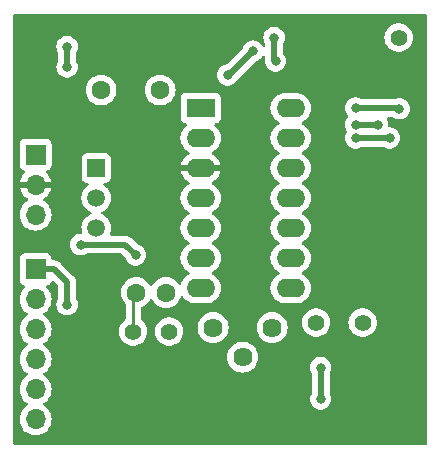
<source format=gbl>
G04 #@! TF.GenerationSoftware,KiCad,Pcbnew,7.0.6-0*
G04 #@! TF.CreationDate,2023-08-18T21:45:24+02:00*
G04 #@! TF.ProjectId,shmoergh-funk-live-voice,73686d6f-6572-4676-982d-66756e6b2d6c,rev?*
G04 #@! TF.SameCoordinates,Original*
G04 #@! TF.FileFunction,Copper,L2,Bot*
G04 #@! TF.FilePolarity,Positive*
%FSLAX46Y46*%
G04 Gerber Fmt 4.6, Leading zero omitted, Abs format (unit mm)*
G04 Created by KiCad (PCBNEW 7.0.6-0) date 2023-08-18 21:45:24*
%MOMM*%
%LPD*%
G01*
G04 APERTURE LIST*
G04 #@! TA.AperFunction,ComponentPad*
%ADD10C,1.400000*%
G04 #@! TD*
G04 #@! TA.AperFunction,ComponentPad*
%ADD11C,1.620000*%
G04 #@! TD*
G04 #@! TA.AperFunction,ComponentPad*
%ADD12R,1.500000X1.500000*%
G04 #@! TD*
G04 #@! TA.AperFunction,ComponentPad*
%ADD13C,1.500000*%
G04 #@! TD*
G04 #@! TA.AperFunction,ComponentPad*
%ADD14C,1.600000*%
G04 #@! TD*
G04 #@! TA.AperFunction,ComponentPad*
%ADD15R,2.400000X1.600000*%
G04 #@! TD*
G04 #@! TA.AperFunction,ComponentPad*
%ADD16O,2.400000X1.600000*%
G04 #@! TD*
G04 #@! TA.AperFunction,ComponentPad*
%ADD17R,1.700000X1.700000*%
G04 #@! TD*
G04 #@! TA.AperFunction,ComponentPad*
%ADD18O,1.700000X1.700000*%
G04 #@! TD*
G04 #@! TA.AperFunction,ViaPad*
%ADD19C,0.800000*%
G04 #@! TD*
G04 #@! TA.AperFunction,Conductor*
%ADD20C,0.254000*%
G04 #@! TD*
G04 #@! TA.AperFunction,Conductor*
%ADD21C,0.508000*%
G04 #@! TD*
G04 APERTURE END LIST*
D10*
X157607000Y-82997000D03*
X154559000Y-107127000D03*
X150622000Y-107127000D03*
X135128000Y-107889000D03*
X138176000Y-107889000D03*
D11*
X146899000Y-107548000D03*
X144399000Y-110048000D03*
X141899000Y-107548000D03*
D12*
X132011000Y-94036000D03*
D13*
X132011000Y-96576000D03*
X132011000Y-99116000D03*
D14*
X135402000Y-104587000D03*
X137902000Y-104587000D03*
X137414000Y-87442000D03*
X132414000Y-87442000D03*
D15*
X140843000Y-88966000D03*
D16*
X140843000Y-91506000D03*
X140843000Y-94046000D03*
X140843000Y-96586000D03*
X140843000Y-99126000D03*
X140843000Y-101666000D03*
X140843000Y-104206000D03*
X148463000Y-104206000D03*
X148463000Y-101666000D03*
X148463000Y-99126000D03*
X148463000Y-96586000D03*
X148463000Y-94046000D03*
X148463000Y-91506000D03*
X148463000Y-88966000D03*
D17*
X126873000Y-102616000D03*
D18*
X126873000Y-105156000D03*
X126873000Y-107696000D03*
X126873000Y-110236000D03*
X126873000Y-112776000D03*
X126873000Y-115316000D03*
D17*
X126873000Y-92904036D03*
D18*
X126873000Y-95444036D03*
X126873000Y-97984036D03*
D19*
X151130000Y-85410000D03*
X136276000Y-97983000D03*
X132207663Y-105583159D03*
X152908000Y-95443000D03*
X129540000Y-105603000D03*
X129540000Y-85501500D03*
X129540000Y-83759000D03*
X151003000Y-113604000D03*
X151003000Y-110937000D03*
X157670500Y-89029500D03*
X153959500Y-88966000D03*
X153959500Y-91506000D03*
X156845000Y-91506000D03*
X147193000Y-84993500D03*
X147066000Y-82997000D03*
X130683000Y-100523000D03*
X135346500Y-101412000D03*
X143129000Y-86172000D03*
X145288000Y-84140000D03*
X155829000Y-90363000D03*
X153959500Y-90363000D03*
D20*
X135128000Y-107889000D02*
X135128000Y-104861000D01*
X135128000Y-104861000D02*
X135402000Y-104587000D01*
D21*
X129540000Y-105603000D02*
X129540000Y-103698000D01*
X128458000Y-102616000D02*
X126873000Y-102616000D01*
X129540000Y-103698000D02*
X128458000Y-102616000D01*
X129540000Y-83759000D02*
X129540000Y-85501500D01*
X151003000Y-113604000D02*
X151003000Y-110937000D01*
X157670500Y-89029500D02*
X157607000Y-88966000D01*
X157607000Y-88966000D02*
X153959500Y-88966000D01*
X156845000Y-91506000D02*
X153959500Y-91506000D01*
X147066000Y-84866500D02*
X147066000Y-82997000D01*
X147193000Y-84993500D02*
X147066000Y-84866500D01*
X130683000Y-100523000D02*
X134457500Y-100523000D01*
X134457500Y-100523000D02*
X135346500Y-101412000D01*
X143129000Y-86172000D02*
X143256000Y-86172000D01*
X143256000Y-86172000D02*
X145288000Y-84140000D01*
X155829000Y-90363000D02*
X153959500Y-90363000D01*
G04 #@! TA.AperFunction,Conductor*
G36*
X159942539Y-81020185D02*
G01*
X159988294Y-81072989D01*
X159999500Y-81124500D01*
X159999500Y-117375500D01*
X159979815Y-117442539D01*
X159927011Y-117488294D01*
X159875500Y-117499500D01*
X125124500Y-117499500D01*
X125057461Y-117479815D01*
X125011706Y-117427011D01*
X125000500Y-117375500D01*
X125000500Y-115316000D01*
X125517341Y-115316000D01*
X125537936Y-115551403D01*
X125537938Y-115551413D01*
X125599094Y-115779655D01*
X125599096Y-115779659D01*
X125599097Y-115779663D01*
X125698964Y-115993829D01*
X125698965Y-115993830D01*
X125698967Y-115993834D01*
X125807281Y-116148521D01*
X125834505Y-116187401D01*
X126001599Y-116354495D01*
X126098384Y-116422264D01*
X126195165Y-116490032D01*
X126195167Y-116490033D01*
X126195170Y-116490035D01*
X126409337Y-116589903D01*
X126637592Y-116651063D01*
X126825918Y-116667539D01*
X126872999Y-116671659D01*
X126873000Y-116671659D01*
X126873001Y-116671659D01*
X126912234Y-116668226D01*
X127108408Y-116651063D01*
X127336663Y-116589903D01*
X127550830Y-116490035D01*
X127744401Y-116354495D01*
X127911495Y-116187401D01*
X128047035Y-115993830D01*
X128146903Y-115779663D01*
X128208063Y-115551408D01*
X128228659Y-115316000D01*
X128208063Y-115080592D01*
X128146903Y-114852337D01*
X128047035Y-114638171D01*
X127925880Y-114465142D01*
X127911494Y-114444597D01*
X127744402Y-114277506D01*
X127744401Y-114277505D01*
X127558842Y-114147575D01*
X127558841Y-114147574D01*
X127515216Y-114092997D01*
X127508024Y-114023498D01*
X127539546Y-113961144D01*
X127558836Y-113944428D01*
X127744401Y-113814495D01*
X127911495Y-113647401D01*
X127941885Y-113604000D01*
X150097540Y-113604000D01*
X150117326Y-113792256D01*
X150117327Y-113792259D01*
X150175818Y-113972277D01*
X150175821Y-113972284D01*
X150270467Y-114136216D01*
X150280695Y-114147575D01*
X150397129Y-114276888D01*
X150550265Y-114388148D01*
X150550270Y-114388151D01*
X150723192Y-114465142D01*
X150723197Y-114465144D01*
X150908354Y-114504500D01*
X150908355Y-114504500D01*
X151097644Y-114504500D01*
X151097646Y-114504500D01*
X151282803Y-114465144D01*
X151455730Y-114388151D01*
X151608871Y-114276888D01*
X151735533Y-114136216D01*
X151830179Y-113972284D01*
X151888674Y-113792256D01*
X151908460Y-113604000D01*
X151888674Y-113415744D01*
X151830179Y-113235716D01*
X151774111Y-113138604D01*
X151757500Y-113076606D01*
X151757500Y-111464392D01*
X151774113Y-111402392D01*
X151796564Y-111363506D01*
X151830179Y-111305284D01*
X151888674Y-111125256D01*
X151908460Y-110937000D01*
X151888674Y-110748744D01*
X151830179Y-110568716D01*
X151735533Y-110404784D01*
X151608871Y-110264112D01*
X151608870Y-110264111D01*
X151455734Y-110152851D01*
X151455729Y-110152848D01*
X151282807Y-110075857D01*
X151282802Y-110075855D01*
X151137000Y-110044865D01*
X151097646Y-110036500D01*
X150908354Y-110036500D01*
X150875897Y-110043398D01*
X150723197Y-110075855D01*
X150723192Y-110075857D01*
X150550270Y-110152848D01*
X150550265Y-110152851D01*
X150397129Y-110264111D01*
X150270466Y-110404785D01*
X150175821Y-110568715D01*
X150175818Y-110568722D01*
X150117327Y-110748740D01*
X150117326Y-110748744D01*
X150097540Y-110937000D01*
X150117326Y-111125256D01*
X150117327Y-111125259D01*
X150175818Y-111305277D01*
X150175821Y-111305284D01*
X150231887Y-111402392D01*
X150248500Y-111464392D01*
X150248500Y-113076606D01*
X150231888Y-113138605D01*
X150175820Y-113235718D01*
X150175818Y-113235722D01*
X150117327Y-113415740D01*
X150117326Y-113415744D01*
X150097540Y-113604000D01*
X127941885Y-113604000D01*
X128047035Y-113453830D01*
X128146903Y-113239663D01*
X128208063Y-113011408D01*
X128228659Y-112776000D01*
X128208063Y-112540592D01*
X128146903Y-112312337D01*
X128047035Y-112098171D01*
X127911495Y-111904599D01*
X127911494Y-111904597D01*
X127744402Y-111737506D01*
X127744396Y-111737501D01*
X127558842Y-111607575D01*
X127515217Y-111552998D01*
X127508023Y-111483500D01*
X127539546Y-111421145D01*
X127558842Y-111404425D01*
X127617280Y-111363506D01*
X127744401Y-111274495D01*
X127911495Y-111107401D01*
X128047035Y-110913830D01*
X128146903Y-110699663D01*
X128208063Y-110471408D01*
X128228659Y-110236000D01*
X128212211Y-110048002D01*
X143083494Y-110048002D01*
X143103478Y-110276429D01*
X143103479Y-110276436D01*
X143162827Y-110497925D01*
X143162828Y-110497927D01*
X143162829Y-110497930D01*
X143259738Y-110705753D01*
X143391264Y-110893591D01*
X143553409Y-111055736D01*
X143741247Y-111187262D01*
X143949070Y-111284171D01*
X144170565Y-111343521D01*
X144333732Y-111357796D01*
X144398998Y-111363506D01*
X144399000Y-111363506D01*
X144399002Y-111363506D01*
X144456108Y-111358509D01*
X144627435Y-111343521D01*
X144848930Y-111284171D01*
X145056753Y-111187262D01*
X145244591Y-111055736D01*
X145406736Y-110893591D01*
X145538262Y-110705753D01*
X145635171Y-110497930D01*
X145694521Y-110276435D01*
X145714506Y-110048000D01*
X145710358Y-110000592D01*
X145694521Y-109819570D01*
X145694521Y-109819565D01*
X145635171Y-109598070D01*
X145538262Y-109390247D01*
X145406736Y-109202409D01*
X145244591Y-109040264D01*
X145056753Y-108908738D01*
X144848930Y-108811829D01*
X144848927Y-108811828D01*
X144848925Y-108811827D01*
X144627436Y-108752479D01*
X144627429Y-108752478D01*
X144399002Y-108732494D01*
X144398998Y-108732494D01*
X144170570Y-108752478D01*
X144170563Y-108752479D01*
X143949074Y-108811827D01*
X143949070Y-108811829D01*
X143741247Y-108908738D01*
X143553409Y-109040264D01*
X143553407Y-109040265D01*
X143553404Y-109040268D01*
X143391268Y-109202404D01*
X143259738Y-109390247D01*
X143162830Y-109598068D01*
X143162827Y-109598074D01*
X143103479Y-109819563D01*
X143103478Y-109819570D01*
X143083494Y-110047997D01*
X143083494Y-110048002D01*
X128212211Y-110048002D01*
X128208063Y-110000592D01*
X128146903Y-109772337D01*
X128047035Y-109558171D01*
X127911495Y-109364599D01*
X127911494Y-109364597D01*
X127744402Y-109197506D01*
X127744401Y-109197505D01*
X127558842Y-109067575D01*
X127558841Y-109067574D01*
X127515216Y-109012997D01*
X127508024Y-108943498D01*
X127539546Y-108881144D01*
X127558836Y-108864428D01*
X127744401Y-108734495D01*
X127911495Y-108567401D01*
X128047035Y-108373830D01*
X128146903Y-108159663D01*
X128208063Y-107931408D01*
X128211773Y-107889000D01*
X133922357Y-107889000D01*
X133942884Y-108110535D01*
X133942885Y-108110537D01*
X134003769Y-108324523D01*
X134003775Y-108324538D01*
X134102938Y-108523683D01*
X134102943Y-108523691D01*
X134237020Y-108701238D01*
X134401437Y-108851123D01*
X134401439Y-108851125D01*
X134590595Y-108968245D01*
X134590596Y-108968245D01*
X134590599Y-108968247D01*
X134798060Y-109048618D01*
X135016757Y-109089500D01*
X135016759Y-109089500D01*
X135239241Y-109089500D01*
X135239243Y-109089500D01*
X135457940Y-109048618D01*
X135665401Y-108968247D01*
X135854562Y-108851124D01*
X136018981Y-108701236D01*
X136153058Y-108523689D01*
X136252229Y-108324528D01*
X136313115Y-108110536D01*
X136333643Y-107889000D01*
X136970357Y-107889000D01*
X136990884Y-108110535D01*
X136990885Y-108110537D01*
X137051769Y-108324523D01*
X137051775Y-108324538D01*
X137150938Y-108523683D01*
X137150943Y-108523691D01*
X137285020Y-108701238D01*
X137449437Y-108851123D01*
X137449439Y-108851125D01*
X137638595Y-108968245D01*
X137638596Y-108968245D01*
X137638599Y-108968247D01*
X137846060Y-109048618D01*
X138064757Y-109089500D01*
X138064759Y-109089500D01*
X138287241Y-109089500D01*
X138287243Y-109089500D01*
X138505940Y-109048618D01*
X138713401Y-108968247D01*
X138902562Y-108851124D01*
X139066981Y-108701236D01*
X139201058Y-108523689D01*
X139300229Y-108324528D01*
X139361115Y-108110536D01*
X139381643Y-107889000D01*
X139371212Y-107776435D01*
X139361115Y-107667464D01*
X139361114Y-107667462D01*
X139331256Y-107562523D01*
X139327125Y-107548002D01*
X140583494Y-107548002D01*
X140603478Y-107776429D01*
X140603479Y-107776436D01*
X140662827Y-107997925D01*
X140662828Y-107997927D01*
X140662829Y-107997930D01*
X140759738Y-108205753D01*
X140891264Y-108393591D01*
X141053409Y-108555736D01*
X141241247Y-108687262D01*
X141449070Y-108784171D01*
X141670565Y-108843521D01*
X141833732Y-108857795D01*
X141898998Y-108863506D01*
X141899000Y-108863506D01*
X141899002Y-108863506D01*
X141956108Y-108858509D01*
X142127435Y-108843521D01*
X142348930Y-108784171D01*
X142556753Y-108687262D01*
X142744591Y-108555736D01*
X142906736Y-108393591D01*
X143038262Y-108205753D01*
X143135171Y-107997930D01*
X143194521Y-107776435D01*
X143213235Y-107562528D01*
X143214506Y-107548002D01*
X145583494Y-107548002D01*
X145603478Y-107776429D01*
X145603479Y-107776436D01*
X145662827Y-107997925D01*
X145662828Y-107997927D01*
X145662829Y-107997930D01*
X145759738Y-108205753D01*
X145891264Y-108393591D01*
X146053409Y-108555736D01*
X146241247Y-108687262D01*
X146449070Y-108784171D01*
X146670565Y-108843521D01*
X146833732Y-108857795D01*
X146898998Y-108863506D01*
X146899000Y-108863506D01*
X146899002Y-108863506D01*
X146956108Y-108858509D01*
X147127435Y-108843521D01*
X147348930Y-108784171D01*
X147556753Y-108687262D01*
X147744591Y-108555736D01*
X147906736Y-108393591D01*
X148038262Y-108205753D01*
X148135171Y-107997930D01*
X148194521Y-107776435D01*
X148213235Y-107562528D01*
X148214506Y-107548002D01*
X148214506Y-107547997D01*
X148206235Y-107453461D01*
X148194521Y-107319565D01*
X148142923Y-107127000D01*
X149416356Y-107127000D01*
X149436884Y-107348535D01*
X149436885Y-107348537D01*
X149497769Y-107562523D01*
X149497775Y-107562538D01*
X149596938Y-107761683D01*
X149596943Y-107761691D01*
X149731020Y-107939238D01*
X149895437Y-108089123D01*
X149895439Y-108089125D01*
X150084595Y-108206245D01*
X150084596Y-108206245D01*
X150084599Y-108206247D01*
X150292060Y-108286618D01*
X150510757Y-108327500D01*
X150510759Y-108327500D01*
X150733241Y-108327500D01*
X150733243Y-108327500D01*
X150951940Y-108286618D01*
X151159401Y-108206247D01*
X151348562Y-108089124D01*
X151512981Y-107939236D01*
X151647058Y-107761689D01*
X151746229Y-107562528D01*
X151807115Y-107348536D01*
X151827643Y-107127000D01*
X153353356Y-107127000D01*
X153373884Y-107348535D01*
X153373885Y-107348537D01*
X153434769Y-107562523D01*
X153434775Y-107562538D01*
X153533938Y-107761683D01*
X153533943Y-107761691D01*
X153668020Y-107939238D01*
X153832437Y-108089123D01*
X153832439Y-108089125D01*
X154021595Y-108206245D01*
X154021596Y-108206245D01*
X154021599Y-108206247D01*
X154229060Y-108286618D01*
X154447757Y-108327500D01*
X154447759Y-108327500D01*
X154670241Y-108327500D01*
X154670243Y-108327500D01*
X154888940Y-108286618D01*
X155096401Y-108206247D01*
X155285562Y-108089124D01*
X155449981Y-107939236D01*
X155584058Y-107761689D01*
X155683229Y-107562528D01*
X155744115Y-107348536D01*
X155764643Y-107127000D01*
X155754558Y-107018169D01*
X155744115Y-106905464D01*
X155744114Y-106905462D01*
X155728296Y-106849869D01*
X155683229Y-106691472D01*
X155683224Y-106691461D01*
X155584061Y-106492316D01*
X155584056Y-106492308D01*
X155449979Y-106314761D01*
X155285562Y-106164876D01*
X155285560Y-106164874D01*
X155096404Y-106047754D01*
X155096398Y-106047752D01*
X154888940Y-105967382D01*
X154670243Y-105926500D01*
X154447757Y-105926500D01*
X154229060Y-105967382D01*
X154097864Y-106018207D01*
X154021601Y-106047752D01*
X154021595Y-106047754D01*
X153832439Y-106164874D01*
X153832437Y-106164876D01*
X153668020Y-106314761D01*
X153533943Y-106492308D01*
X153533938Y-106492316D01*
X153434775Y-106691461D01*
X153434769Y-106691476D01*
X153373885Y-106905462D01*
X153373884Y-106905464D01*
X153353356Y-107126999D01*
X153353356Y-107127000D01*
X151827643Y-107127000D01*
X151817558Y-107018169D01*
X151807115Y-106905464D01*
X151807114Y-106905462D01*
X151791296Y-106849869D01*
X151746229Y-106691472D01*
X151746224Y-106691461D01*
X151647061Y-106492316D01*
X151647056Y-106492308D01*
X151512979Y-106314761D01*
X151348562Y-106164876D01*
X151348560Y-106164874D01*
X151159404Y-106047754D01*
X151159398Y-106047752D01*
X150951940Y-105967382D01*
X150733243Y-105926500D01*
X150510757Y-105926500D01*
X150292060Y-105967382D01*
X150160864Y-106018207D01*
X150084601Y-106047752D01*
X150084595Y-106047754D01*
X149895439Y-106164874D01*
X149895437Y-106164876D01*
X149731020Y-106314761D01*
X149596943Y-106492308D01*
X149596938Y-106492316D01*
X149497775Y-106691461D01*
X149497769Y-106691476D01*
X149436885Y-106905462D01*
X149436884Y-106905464D01*
X149416356Y-107126999D01*
X149416356Y-107127000D01*
X148142923Y-107127000D01*
X148135171Y-107098070D01*
X148038262Y-106890247D01*
X147906736Y-106702409D01*
X147744591Y-106540264D01*
X147556753Y-106408738D01*
X147348930Y-106311829D01*
X147348927Y-106311828D01*
X147348925Y-106311827D01*
X147127436Y-106252479D01*
X147127429Y-106252478D01*
X146899002Y-106232494D01*
X146898998Y-106232494D01*
X146670570Y-106252478D01*
X146670563Y-106252479D01*
X146449074Y-106311827D01*
X146449070Y-106311829D01*
X146241247Y-106408738D01*
X146053409Y-106540264D01*
X146053407Y-106540265D01*
X146053404Y-106540268D01*
X145891268Y-106702404D01*
X145891265Y-106702407D01*
X145891264Y-106702409D01*
X145788011Y-106849869D01*
X145759738Y-106890247D01*
X145662830Y-107098068D01*
X145662827Y-107098074D01*
X145603479Y-107319563D01*
X145603478Y-107319570D01*
X145583494Y-107547997D01*
X145583494Y-107548002D01*
X143214506Y-107548002D01*
X143214506Y-107547997D01*
X143206235Y-107453461D01*
X143194521Y-107319565D01*
X143135171Y-107098070D01*
X143038262Y-106890247D01*
X142906736Y-106702409D01*
X142744591Y-106540264D01*
X142556753Y-106408738D01*
X142348930Y-106311829D01*
X142348927Y-106311828D01*
X142348925Y-106311827D01*
X142127436Y-106252479D01*
X142127429Y-106252478D01*
X141899002Y-106232494D01*
X141898998Y-106232494D01*
X141670570Y-106252478D01*
X141670563Y-106252479D01*
X141449074Y-106311827D01*
X141449070Y-106311829D01*
X141241247Y-106408738D01*
X141053409Y-106540264D01*
X141053407Y-106540265D01*
X141053404Y-106540268D01*
X140891268Y-106702404D01*
X140891265Y-106702407D01*
X140891264Y-106702409D01*
X140788011Y-106849869D01*
X140759738Y-106890247D01*
X140662830Y-107098068D01*
X140662827Y-107098074D01*
X140603479Y-107319563D01*
X140603478Y-107319570D01*
X140583494Y-107547997D01*
X140583494Y-107548002D01*
X139327125Y-107548002D01*
X139300229Y-107453472D01*
X139300224Y-107453461D01*
X139201061Y-107254316D01*
X139201056Y-107254308D01*
X139066979Y-107076761D01*
X138902562Y-106926876D01*
X138902560Y-106926874D01*
X138713404Y-106809754D01*
X138713398Y-106809752D01*
X138505940Y-106729382D01*
X138287243Y-106688500D01*
X138064757Y-106688500D01*
X137846060Y-106729382D01*
X137714864Y-106780207D01*
X137638601Y-106809752D01*
X137638595Y-106809754D01*
X137449439Y-106926874D01*
X137449437Y-106926876D01*
X137285020Y-107076761D01*
X137150943Y-107254308D01*
X137150938Y-107254316D01*
X137051775Y-107453461D01*
X137051769Y-107453476D01*
X136990885Y-107667462D01*
X136990884Y-107667464D01*
X136970357Y-107888999D01*
X136970357Y-107889000D01*
X136333643Y-107889000D01*
X136323212Y-107776435D01*
X136313115Y-107667464D01*
X136313114Y-107667462D01*
X136283256Y-107562523D01*
X136252229Y-107453472D01*
X136252224Y-107453461D01*
X136153061Y-107254316D01*
X136153056Y-107254308D01*
X136018979Y-107076761D01*
X135854562Y-106926876D01*
X135854561Y-106926875D01*
X135814221Y-106901897D01*
X135767586Y-106849869D01*
X135755500Y-106796471D01*
X135755500Y-105933806D01*
X135775185Y-105866767D01*
X135827989Y-105821012D01*
X135847406Y-105814031D01*
X135848496Y-105813739D01*
X136054734Y-105717568D01*
X136241139Y-105587047D01*
X136402047Y-105426139D01*
X136532568Y-105239734D01*
X136539618Y-105224614D01*
X136585789Y-105172176D01*
X136652982Y-105153023D01*
X136719864Y-105173238D01*
X136764381Y-105224614D01*
X136771432Y-105239733D01*
X136771432Y-105239734D01*
X136901954Y-105426141D01*
X137062858Y-105587045D01*
X137062861Y-105587047D01*
X137249266Y-105717568D01*
X137455504Y-105813739D01*
X137675308Y-105872635D01*
X137837230Y-105886801D01*
X137901998Y-105892468D01*
X137902000Y-105892468D01*
X137902002Y-105892468D01*
X137958672Y-105887509D01*
X138128692Y-105872635D01*
X138348496Y-105813739D01*
X138554734Y-105717568D01*
X138741139Y-105587047D01*
X138902047Y-105426139D01*
X139032568Y-105239734D01*
X139128739Y-105033496D01*
X139144620Y-104974225D01*
X139180984Y-104914565D01*
X139243830Y-104884035D01*
X139313206Y-104892329D01*
X139365970Y-104935195D01*
X139442954Y-105045141D01*
X139603858Y-105206045D01*
X139650693Y-105238839D01*
X139790266Y-105336568D01*
X139996504Y-105432739D01*
X140216308Y-105491635D01*
X140386216Y-105506500D01*
X141299784Y-105506500D01*
X141469692Y-105491635D01*
X141689496Y-105432739D01*
X141895734Y-105336568D01*
X142082139Y-105206047D01*
X142243047Y-105045139D01*
X142373568Y-104858734D01*
X142469739Y-104652496D01*
X142528635Y-104432692D01*
X142548468Y-104206001D01*
X146757532Y-104206001D01*
X146777364Y-104432686D01*
X146777366Y-104432697D01*
X146836258Y-104652488D01*
X146836261Y-104652497D01*
X146932431Y-104858732D01*
X146932432Y-104858734D01*
X147062954Y-105045141D01*
X147223858Y-105206045D01*
X147270693Y-105238839D01*
X147410266Y-105336568D01*
X147616504Y-105432739D01*
X147836308Y-105491635D01*
X148006216Y-105506500D01*
X148919784Y-105506500D01*
X149089692Y-105491635D01*
X149309496Y-105432739D01*
X149515734Y-105336568D01*
X149702139Y-105206047D01*
X149863047Y-105045139D01*
X149993568Y-104858734D01*
X150089739Y-104652496D01*
X150148635Y-104432692D01*
X150168468Y-104206000D01*
X150164677Y-104162674D01*
X150156232Y-104066145D01*
X150148635Y-103979308D01*
X150089739Y-103759504D01*
X149993568Y-103553266D01*
X149870121Y-103376964D01*
X149863045Y-103366858D01*
X149702141Y-103205954D01*
X149515734Y-103075432D01*
X149515728Y-103075429D01*
X149457725Y-103048382D01*
X149405285Y-103002210D01*
X149386133Y-102935017D01*
X149406348Y-102868135D01*
X149457725Y-102823618D01*
X149515734Y-102796568D01*
X149702139Y-102666047D01*
X149863047Y-102505139D01*
X149993568Y-102318734D01*
X150089739Y-102112496D01*
X150148635Y-101892692D01*
X150168468Y-101666000D01*
X150148635Y-101439308D01*
X150089739Y-101219504D01*
X149993568Y-101013266D01*
X149863047Y-100826861D01*
X149863045Y-100826858D01*
X149702141Y-100665954D01*
X149515734Y-100535432D01*
X149515728Y-100535429D01*
X149457725Y-100508382D01*
X149405285Y-100462210D01*
X149386133Y-100395017D01*
X149406348Y-100328135D01*
X149457725Y-100283618D01*
X149515734Y-100256568D01*
X149702139Y-100126047D01*
X149863047Y-99965139D01*
X149993568Y-99778734D01*
X150089739Y-99572496D01*
X150148635Y-99352692D01*
X150168468Y-99126000D01*
X150148635Y-98899308D01*
X150089739Y-98679504D01*
X149993568Y-98473266D01*
X149878635Y-98309123D01*
X149863045Y-98286858D01*
X149702141Y-98125954D01*
X149515734Y-97995432D01*
X149515728Y-97995429D01*
X149457725Y-97968382D01*
X149405285Y-97922210D01*
X149386133Y-97855017D01*
X149406348Y-97788135D01*
X149457725Y-97743618D01*
X149515734Y-97716568D01*
X149702139Y-97586047D01*
X149863047Y-97425139D01*
X149993568Y-97238734D01*
X150089739Y-97032496D01*
X150148635Y-96812692D01*
X150168468Y-96586000D01*
X150148635Y-96359308D01*
X150089739Y-96139504D01*
X149993568Y-95933266D01*
X149878635Y-95769123D01*
X149863045Y-95746858D01*
X149702141Y-95585954D01*
X149515734Y-95455432D01*
X149515728Y-95455429D01*
X149457725Y-95428382D01*
X149405285Y-95382210D01*
X149386133Y-95315017D01*
X149406348Y-95248135D01*
X149457725Y-95203618D01*
X149458319Y-95203341D01*
X149515734Y-95176568D01*
X149702139Y-95046047D01*
X149863047Y-94885139D01*
X149993568Y-94698734D01*
X150089739Y-94492496D01*
X150148635Y-94272692D01*
X150168468Y-94046000D01*
X150148635Y-93819308D01*
X150089739Y-93599504D01*
X149993568Y-93393266D01*
X149884940Y-93238128D01*
X149863045Y-93206858D01*
X149702141Y-93045954D01*
X149515734Y-92915432D01*
X149515728Y-92915429D01*
X149457725Y-92888382D01*
X149405285Y-92842210D01*
X149386133Y-92775017D01*
X149406348Y-92708135D01*
X149457725Y-92663618D01*
X149515734Y-92636568D01*
X149702139Y-92506047D01*
X149863047Y-92345139D01*
X149993568Y-92158734D01*
X150089739Y-91952496D01*
X150148635Y-91732692D01*
X150168468Y-91506000D01*
X153054040Y-91506000D01*
X153073826Y-91694256D01*
X153073827Y-91694259D01*
X153132318Y-91874277D01*
X153132321Y-91874284D01*
X153226967Y-92038216D01*
X153335482Y-92158734D01*
X153353629Y-92178888D01*
X153506765Y-92290148D01*
X153506770Y-92290151D01*
X153679692Y-92367142D01*
X153679697Y-92367144D01*
X153864854Y-92406500D01*
X153864855Y-92406500D01*
X154054144Y-92406500D01*
X154054146Y-92406500D01*
X154239303Y-92367144D01*
X154412230Y-92290151D01*
X154420444Y-92284182D01*
X154486250Y-92260702D01*
X154493331Y-92260500D01*
X156311169Y-92260500D01*
X156378208Y-92280185D01*
X156384056Y-92284183D01*
X156392269Y-92290150D01*
X156392270Y-92290151D01*
X156565192Y-92367142D01*
X156565197Y-92367144D01*
X156750354Y-92406500D01*
X156750355Y-92406500D01*
X156939644Y-92406500D01*
X156939646Y-92406500D01*
X157124803Y-92367144D01*
X157297730Y-92290151D01*
X157450871Y-92178888D01*
X157577533Y-92038216D01*
X157672179Y-91874284D01*
X157730674Y-91694256D01*
X157750460Y-91506000D01*
X157730674Y-91317744D01*
X157672179Y-91137716D01*
X157577533Y-90973784D01*
X157450871Y-90833112D01*
X157450870Y-90833111D01*
X157297734Y-90721851D01*
X157297729Y-90721848D01*
X157124807Y-90644857D01*
X157124802Y-90644855D01*
X156979000Y-90613865D01*
X156939646Y-90605500D01*
X156846688Y-90605500D01*
X156779649Y-90585815D01*
X156733894Y-90533011D01*
X156723367Y-90468540D01*
X156734460Y-90363000D01*
X156714674Y-90174744D01*
X156656179Y-89994716D01*
X156605247Y-89906499D01*
X156588775Y-89838599D01*
X156611628Y-89772572D01*
X156666550Y-89729382D01*
X156712635Y-89720500D01*
X157049268Y-89720500D01*
X157116307Y-89740185D01*
X157122153Y-89744182D01*
X157217765Y-89813648D01*
X157217770Y-89813651D01*
X157390692Y-89890642D01*
X157390697Y-89890644D01*
X157575854Y-89930000D01*
X157575855Y-89930000D01*
X157765144Y-89930000D01*
X157765146Y-89930000D01*
X157950303Y-89890644D01*
X158123230Y-89813651D01*
X158276371Y-89702388D01*
X158403033Y-89561716D01*
X158497679Y-89397784D01*
X158556174Y-89217756D01*
X158575960Y-89029500D01*
X158556174Y-88841244D01*
X158497679Y-88661216D01*
X158403033Y-88497284D01*
X158276371Y-88356612D01*
X158276370Y-88356611D01*
X158123234Y-88245351D01*
X158123229Y-88245348D01*
X157950307Y-88168357D01*
X157950302Y-88168355D01*
X157804501Y-88137365D01*
X157765146Y-88129000D01*
X157575854Y-88129000D01*
X157543397Y-88135898D01*
X157390697Y-88168355D01*
X157390693Y-88168357D01*
X157317874Y-88200779D01*
X157267438Y-88211500D01*
X154493331Y-88211500D01*
X154426292Y-88191815D01*
X154420444Y-88187817D01*
X154412230Y-88181849D01*
X154412229Y-88181848D01*
X154239307Y-88104857D01*
X154239302Y-88104855D01*
X154093501Y-88073865D01*
X154054146Y-88065500D01*
X153864854Y-88065500D01*
X153832397Y-88072398D01*
X153679697Y-88104855D01*
X153679692Y-88104857D01*
X153506770Y-88181848D01*
X153506765Y-88181851D01*
X153353629Y-88293111D01*
X153226966Y-88433785D01*
X153132321Y-88597715D01*
X153132318Y-88597722D01*
X153086313Y-88739313D01*
X153073826Y-88777744D01*
X153054040Y-88966000D01*
X153073826Y-89154256D01*
X153073827Y-89154259D01*
X153132318Y-89334277D01*
X153132321Y-89334284D01*
X153226967Y-89498216D01*
X153267635Y-89543382D01*
X153301981Y-89581528D01*
X153332211Y-89644520D01*
X153323585Y-89713855D01*
X153301981Y-89747472D01*
X153226966Y-89830785D01*
X153132321Y-89994715D01*
X153132318Y-89994722D01*
X153075973Y-90168135D01*
X153073826Y-90174744D01*
X153054040Y-90363000D01*
X153073826Y-90551256D01*
X153073827Y-90551259D01*
X153132318Y-90731277D01*
X153132320Y-90731281D01*
X153132321Y-90731284D01*
X153180212Y-90814235D01*
X153213852Y-90872501D01*
X153230324Y-90940401D01*
X153213852Y-90996499D01*
X153132320Y-91137718D01*
X153132318Y-91137722D01*
X153086313Y-91279313D01*
X153073826Y-91317744D01*
X153054040Y-91506000D01*
X150168468Y-91506000D01*
X150148635Y-91279308D01*
X150089739Y-91059504D01*
X149993568Y-90853266D01*
X149863047Y-90666861D01*
X149863045Y-90666858D01*
X149702141Y-90505954D01*
X149515734Y-90375432D01*
X149515728Y-90375429D01*
X149457725Y-90348382D01*
X149405285Y-90302210D01*
X149386133Y-90235017D01*
X149406348Y-90168135D01*
X149457725Y-90123618D01*
X149515734Y-90096568D01*
X149702139Y-89966047D01*
X149863047Y-89805139D01*
X149993568Y-89618734D01*
X150089739Y-89412496D01*
X150148635Y-89192692D01*
X150168468Y-88966000D01*
X150148635Y-88739308D01*
X150089739Y-88519504D01*
X149993568Y-88313266D01*
X149863047Y-88126861D01*
X149863045Y-88126858D01*
X149702141Y-87965954D01*
X149515734Y-87835432D01*
X149515732Y-87835431D01*
X149309497Y-87739261D01*
X149309488Y-87739258D01*
X149089697Y-87680366D01*
X149089687Y-87680364D01*
X148919784Y-87665500D01*
X148006216Y-87665500D01*
X147836312Y-87680364D01*
X147836302Y-87680366D01*
X147616511Y-87739258D01*
X147616502Y-87739261D01*
X147410267Y-87835431D01*
X147410265Y-87835432D01*
X147223858Y-87965954D01*
X147062954Y-88126858D01*
X146932432Y-88313265D01*
X146932431Y-88313267D01*
X146836261Y-88519502D01*
X146836258Y-88519511D01*
X146777366Y-88739302D01*
X146777364Y-88739313D01*
X146757532Y-88965998D01*
X146757532Y-88966001D01*
X146777364Y-89192686D01*
X146777366Y-89192697D01*
X146836258Y-89412488D01*
X146836261Y-89412497D01*
X146932431Y-89618732D01*
X146932432Y-89618734D01*
X147062954Y-89805141D01*
X147223858Y-89966045D01*
X147270693Y-89998839D01*
X147410266Y-90096568D01*
X147468275Y-90123618D01*
X147520714Y-90169791D01*
X147539866Y-90236984D01*
X147519650Y-90303865D01*
X147468275Y-90348382D01*
X147410267Y-90375431D01*
X147410265Y-90375432D01*
X147223858Y-90505954D01*
X147062954Y-90666858D01*
X146932432Y-90853265D01*
X146932431Y-90853267D01*
X146836261Y-91059502D01*
X146836258Y-91059511D01*
X146777366Y-91279302D01*
X146777364Y-91279313D01*
X146757532Y-91505998D01*
X146757532Y-91506001D01*
X146777364Y-91732686D01*
X146777366Y-91732697D01*
X146836258Y-91952488D01*
X146836261Y-91952497D01*
X146932431Y-92158732D01*
X146932432Y-92158734D01*
X147062954Y-92345141D01*
X147223858Y-92506045D01*
X147223861Y-92506047D01*
X147410266Y-92636568D01*
X147468275Y-92663618D01*
X147520714Y-92709791D01*
X147539866Y-92776984D01*
X147519650Y-92843865D01*
X147468275Y-92888382D01*
X147410267Y-92915431D01*
X147410265Y-92915432D01*
X147223858Y-93045954D01*
X147062954Y-93206858D01*
X146932432Y-93393265D01*
X146932431Y-93393267D01*
X146836261Y-93599502D01*
X146836258Y-93599511D01*
X146777366Y-93819302D01*
X146777364Y-93819313D01*
X146757532Y-94045998D01*
X146757532Y-94046001D01*
X146777364Y-94272686D01*
X146777366Y-94272697D01*
X146836258Y-94492488D01*
X146836261Y-94492497D01*
X146932431Y-94698732D01*
X146932432Y-94698734D01*
X147062954Y-94885141D01*
X147223858Y-95046045D01*
X147223861Y-95046047D01*
X147410266Y-95176568D01*
X147467681Y-95203341D01*
X147468275Y-95203618D01*
X147520714Y-95249791D01*
X147539866Y-95316984D01*
X147519650Y-95383865D01*
X147468275Y-95428382D01*
X147410267Y-95455431D01*
X147410265Y-95455432D01*
X147223858Y-95585954D01*
X147062954Y-95746858D01*
X146932432Y-95933265D01*
X146932431Y-95933267D01*
X146836261Y-96139502D01*
X146836258Y-96139511D01*
X146777366Y-96359302D01*
X146777364Y-96359313D01*
X146757532Y-96585998D01*
X146757532Y-96586001D01*
X146777364Y-96812686D01*
X146777366Y-96812697D01*
X146836258Y-97032488D01*
X146836261Y-97032497D01*
X146932431Y-97238732D01*
X146932432Y-97238734D01*
X147062954Y-97425141D01*
X147223858Y-97586045D01*
X147223861Y-97586047D01*
X147410266Y-97716568D01*
X147446830Y-97733618D01*
X147468275Y-97743618D01*
X147520714Y-97789791D01*
X147539866Y-97856984D01*
X147519650Y-97923865D01*
X147468275Y-97968382D01*
X147410267Y-97995431D01*
X147410265Y-97995432D01*
X147223858Y-98125954D01*
X147062954Y-98286858D01*
X146932432Y-98473265D01*
X146932431Y-98473267D01*
X146836261Y-98679502D01*
X146836258Y-98679511D01*
X146777366Y-98899302D01*
X146777364Y-98899313D01*
X146757532Y-99125998D01*
X146757532Y-99126001D01*
X146777364Y-99352686D01*
X146777366Y-99352697D01*
X146836258Y-99572488D01*
X146836261Y-99572497D01*
X146932431Y-99778732D01*
X146932432Y-99778734D01*
X147062954Y-99965141D01*
X147223858Y-100126045D01*
X147270693Y-100158839D01*
X147410266Y-100256568D01*
X147468275Y-100283618D01*
X147520714Y-100329791D01*
X147539866Y-100396984D01*
X147519650Y-100463865D01*
X147468275Y-100508382D01*
X147410267Y-100535431D01*
X147410265Y-100535432D01*
X147223858Y-100665954D01*
X147062954Y-100826858D01*
X146932432Y-101013265D01*
X146932431Y-101013267D01*
X146836261Y-101219502D01*
X146836258Y-101219511D01*
X146777366Y-101439302D01*
X146777364Y-101439313D01*
X146757532Y-101665998D01*
X146757532Y-101666001D01*
X146777364Y-101892686D01*
X146777366Y-101892697D01*
X146836258Y-102112488D01*
X146836261Y-102112497D01*
X146932431Y-102318732D01*
X146932432Y-102318734D01*
X147062954Y-102505141D01*
X147223858Y-102666045D01*
X147223861Y-102666047D01*
X147410266Y-102796568D01*
X147468278Y-102823619D01*
X147520713Y-102869788D01*
X147539866Y-102936982D01*
X147519651Y-103003863D01*
X147468277Y-103048380D01*
X147410268Y-103075430D01*
X147410265Y-103075432D01*
X147223858Y-103205954D01*
X147062954Y-103366858D01*
X146932432Y-103553265D01*
X146932431Y-103553267D01*
X146836261Y-103759502D01*
X146836258Y-103759511D01*
X146777366Y-103979302D01*
X146777364Y-103979313D01*
X146757532Y-104205998D01*
X146757532Y-104206001D01*
X142548468Y-104206001D01*
X142548468Y-104206000D01*
X142544677Y-104162674D01*
X142536232Y-104066145D01*
X142528635Y-103979308D01*
X142469739Y-103759504D01*
X142373568Y-103553266D01*
X142250121Y-103376964D01*
X142243045Y-103366858D01*
X142082141Y-103205954D01*
X141895734Y-103075432D01*
X141895728Y-103075429D01*
X141837725Y-103048382D01*
X141785285Y-103002210D01*
X141766133Y-102935017D01*
X141786348Y-102868135D01*
X141837725Y-102823618D01*
X141895734Y-102796568D01*
X142082139Y-102666047D01*
X142243047Y-102505139D01*
X142373568Y-102318734D01*
X142469739Y-102112496D01*
X142528635Y-101892692D01*
X142548468Y-101666000D01*
X142528635Y-101439308D01*
X142469739Y-101219504D01*
X142373568Y-101013266D01*
X142243047Y-100826861D01*
X142243045Y-100826858D01*
X142082141Y-100665954D01*
X141895734Y-100535432D01*
X141895728Y-100535429D01*
X141837725Y-100508382D01*
X141785285Y-100462210D01*
X141766133Y-100395017D01*
X141786348Y-100328135D01*
X141837725Y-100283618D01*
X141895734Y-100256568D01*
X142082139Y-100126047D01*
X142243047Y-99965139D01*
X142373568Y-99778734D01*
X142469739Y-99572496D01*
X142528635Y-99352692D01*
X142548468Y-99126000D01*
X142528635Y-98899308D01*
X142469739Y-98679504D01*
X142373568Y-98473266D01*
X142258635Y-98309123D01*
X142243045Y-98286858D01*
X142082141Y-98125954D01*
X141895734Y-97995432D01*
X141895728Y-97995429D01*
X141837725Y-97968382D01*
X141785285Y-97922210D01*
X141766133Y-97855017D01*
X141786348Y-97788135D01*
X141837725Y-97743618D01*
X141895734Y-97716568D01*
X142082139Y-97586047D01*
X142243047Y-97425139D01*
X142373568Y-97238734D01*
X142469739Y-97032496D01*
X142528635Y-96812692D01*
X142548468Y-96586000D01*
X142528635Y-96359308D01*
X142469739Y-96139504D01*
X142373568Y-95933266D01*
X142258635Y-95769123D01*
X142243045Y-95746858D01*
X142082141Y-95585954D01*
X141895734Y-95455432D01*
X141895732Y-95455431D01*
X141837725Y-95428382D01*
X141837132Y-95428105D01*
X141784694Y-95381934D01*
X141765542Y-95314740D01*
X141785758Y-95247859D01*
X141837134Y-95203341D01*
X141895484Y-95176132D01*
X142081820Y-95045657D01*
X142242657Y-94884820D01*
X142373134Y-94698482D01*
X142469265Y-94492326D01*
X142469269Y-94492317D01*
X142521872Y-94296000D01*
X141158686Y-94296000D01*
X141170641Y-94284045D01*
X141228165Y-94171148D01*
X141247986Y-94046000D01*
X141228165Y-93920852D01*
X141170641Y-93807955D01*
X141158686Y-93796000D01*
X142521872Y-93796000D01*
X142521872Y-93795999D01*
X142469269Y-93599682D01*
X142469265Y-93599673D01*
X142373134Y-93393517D01*
X142242657Y-93207179D01*
X142081820Y-93046342D01*
X141895482Y-92915865D01*
X141837133Y-92888657D01*
X141784694Y-92842484D01*
X141765542Y-92775291D01*
X141785758Y-92708410D01*
X141837129Y-92663895D01*
X141895734Y-92636568D01*
X142082139Y-92506047D01*
X142243047Y-92345139D01*
X142373568Y-92158734D01*
X142469739Y-91952496D01*
X142528635Y-91732692D01*
X142548468Y-91506000D01*
X142528635Y-91279308D01*
X142469739Y-91059504D01*
X142373568Y-90853266D01*
X142243047Y-90666861D01*
X142243045Y-90666858D01*
X142082143Y-90505956D01*
X142057536Y-90488726D01*
X142013912Y-90434149D01*
X142006719Y-90364650D01*
X142038241Y-90302296D01*
X142098471Y-90266882D01*
X142115404Y-90263861D01*
X142150483Y-90260091D01*
X142285331Y-90209796D01*
X142400546Y-90123546D01*
X142486796Y-90008331D01*
X142537091Y-89873483D01*
X142543500Y-89813873D01*
X142543499Y-88118128D01*
X142537091Y-88058517D01*
X142502567Y-87965954D01*
X142486797Y-87923671D01*
X142486793Y-87923664D01*
X142400547Y-87808455D01*
X142400544Y-87808452D01*
X142285335Y-87722206D01*
X142285328Y-87722202D01*
X142150482Y-87671908D01*
X142150483Y-87671908D01*
X142090883Y-87665501D01*
X142090881Y-87665500D01*
X142090873Y-87665500D01*
X142090864Y-87665500D01*
X139595129Y-87665500D01*
X139595123Y-87665501D01*
X139535516Y-87671908D01*
X139400671Y-87722202D01*
X139400664Y-87722206D01*
X139285455Y-87808452D01*
X139285452Y-87808455D01*
X139199206Y-87923664D01*
X139199202Y-87923671D01*
X139148908Y-88058517D01*
X139142501Y-88118116D01*
X139142501Y-88118123D01*
X139142500Y-88118135D01*
X139142500Y-89813870D01*
X139142501Y-89813876D01*
X139148908Y-89873483D01*
X139199202Y-90008328D01*
X139199206Y-90008335D01*
X139285452Y-90123544D01*
X139285455Y-90123547D01*
X139400664Y-90209793D01*
X139400671Y-90209797D01*
X139445618Y-90226561D01*
X139535517Y-90260091D01*
X139570596Y-90263862D01*
X139635144Y-90290599D01*
X139674993Y-90347991D01*
X139677488Y-90417816D01*
X139641836Y-90477905D01*
X139628464Y-90488725D01*
X139603858Y-90505954D01*
X139442954Y-90666858D01*
X139312432Y-90853265D01*
X139312431Y-90853267D01*
X139216261Y-91059502D01*
X139216258Y-91059511D01*
X139157366Y-91279302D01*
X139157364Y-91279313D01*
X139137532Y-91505998D01*
X139137532Y-91506001D01*
X139157364Y-91732686D01*
X139157366Y-91732697D01*
X139216258Y-91952488D01*
X139216261Y-91952497D01*
X139312431Y-92158732D01*
X139312432Y-92158734D01*
X139442954Y-92345141D01*
X139603858Y-92506045D01*
X139603861Y-92506047D01*
X139790266Y-92636568D01*
X139848865Y-92663893D01*
X139901305Y-92710065D01*
X139920457Y-92777258D01*
X139900242Y-92844139D01*
X139848867Y-92888657D01*
X139790515Y-92915867D01*
X139604179Y-93046342D01*
X139443342Y-93207179D01*
X139312865Y-93393517D01*
X139216734Y-93599673D01*
X139216730Y-93599682D01*
X139164127Y-93795999D01*
X139164128Y-93796000D01*
X140527314Y-93796000D01*
X140515359Y-93807955D01*
X140457835Y-93920852D01*
X140438014Y-94046000D01*
X140457835Y-94171148D01*
X140515359Y-94284045D01*
X140527314Y-94296000D01*
X139164128Y-94296000D01*
X139216730Y-94492317D01*
X139216734Y-94492326D01*
X139312865Y-94698482D01*
X139443342Y-94884820D01*
X139604179Y-95045657D01*
X139790518Y-95176134D01*
X139790520Y-95176135D01*
X139848865Y-95203342D01*
X139901305Y-95249514D01*
X139920457Y-95316707D01*
X139900242Y-95383589D01*
X139848867Y-95428105D01*
X139790268Y-95455431D01*
X139790264Y-95455433D01*
X139603858Y-95585954D01*
X139442954Y-95746858D01*
X139312432Y-95933265D01*
X139312431Y-95933267D01*
X139216261Y-96139502D01*
X139216258Y-96139511D01*
X139157366Y-96359302D01*
X139157364Y-96359313D01*
X139137532Y-96585998D01*
X139137532Y-96586001D01*
X139157364Y-96812686D01*
X139157366Y-96812697D01*
X139216258Y-97032488D01*
X139216261Y-97032497D01*
X139312431Y-97238732D01*
X139312432Y-97238734D01*
X139442954Y-97425141D01*
X139603858Y-97586045D01*
X139603861Y-97586047D01*
X139790266Y-97716568D01*
X139826830Y-97733618D01*
X139848275Y-97743618D01*
X139900714Y-97789791D01*
X139919866Y-97856984D01*
X139899650Y-97923865D01*
X139848275Y-97968382D01*
X139790267Y-97995431D01*
X139790265Y-97995432D01*
X139603858Y-98125954D01*
X139442954Y-98286858D01*
X139312432Y-98473265D01*
X139312431Y-98473267D01*
X139216261Y-98679502D01*
X139216258Y-98679511D01*
X139157366Y-98899302D01*
X139157364Y-98899313D01*
X139137532Y-99125998D01*
X139137532Y-99126001D01*
X139157364Y-99352686D01*
X139157366Y-99352697D01*
X139216258Y-99572488D01*
X139216261Y-99572497D01*
X139312431Y-99778732D01*
X139312432Y-99778734D01*
X139442954Y-99965141D01*
X139603858Y-100126045D01*
X139650693Y-100158839D01*
X139790266Y-100256568D01*
X139848275Y-100283618D01*
X139900714Y-100329791D01*
X139919866Y-100396984D01*
X139899650Y-100463865D01*
X139848275Y-100508382D01*
X139790267Y-100535431D01*
X139790265Y-100535432D01*
X139603858Y-100665954D01*
X139442954Y-100826858D01*
X139312432Y-101013265D01*
X139312431Y-101013267D01*
X139216261Y-101219502D01*
X139216258Y-101219511D01*
X139157366Y-101439302D01*
X139157364Y-101439313D01*
X139137532Y-101665998D01*
X139137532Y-101666001D01*
X139157364Y-101892686D01*
X139157366Y-101892697D01*
X139216258Y-102112488D01*
X139216261Y-102112497D01*
X139312431Y-102318732D01*
X139312432Y-102318734D01*
X139442954Y-102505141D01*
X139603858Y-102666045D01*
X139603861Y-102666047D01*
X139790266Y-102796568D01*
X139848275Y-102823618D01*
X139900714Y-102869791D01*
X139919866Y-102936984D01*
X139899650Y-103003865D01*
X139848275Y-103048382D01*
X139790267Y-103075431D01*
X139790265Y-103075432D01*
X139603858Y-103205954D01*
X139442954Y-103366858D01*
X139312432Y-103553265D01*
X139312431Y-103553267D01*
X139216261Y-103759502D01*
X139216259Y-103759509D01*
X139200379Y-103818775D01*
X139164014Y-103878435D01*
X139101166Y-103908964D01*
X139031791Y-103900669D01*
X138979029Y-103857804D01*
X138902045Y-103747858D01*
X138741141Y-103586954D01*
X138554734Y-103456432D01*
X138554732Y-103456431D01*
X138348497Y-103360261D01*
X138348488Y-103360258D01*
X138128697Y-103301366D01*
X138128693Y-103301365D01*
X138128692Y-103301365D01*
X138128691Y-103301364D01*
X138128686Y-103301364D01*
X137902002Y-103281532D01*
X137901998Y-103281532D01*
X137675313Y-103301364D01*
X137675302Y-103301366D01*
X137455511Y-103360258D01*
X137455502Y-103360261D01*
X137249267Y-103456431D01*
X137249265Y-103456432D01*
X137062858Y-103586954D01*
X136901954Y-103747858D01*
X136788565Y-103909797D01*
X136771432Y-103934266D01*
X136764380Y-103949387D01*
X136718209Y-104001825D01*
X136651015Y-104020976D01*
X136584134Y-104000760D01*
X136539619Y-103949387D01*
X136532568Y-103934266D01*
X136402047Y-103747861D01*
X136402045Y-103747858D01*
X136241141Y-103586954D01*
X136054734Y-103456432D01*
X136054732Y-103456431D01*
X135848497Y-103360261D01*
X135848488Y-103360258D01*
X135628697Y-103301366D01*
X135628693Y-103301365D01*
X135628692Y-103301365D01*
X135628691Y-103301364D01*
X135628686Y-103301364D01*
X135402002Y-103281532D01*
X135401998Y-103281532D01*
X135175313Y-103301364D01*
X135175302Y-103301366D01*
X134955511Y-103360258D01*
X134955502Y-103360261D01*
X134749267Y-103456431D01*
X134749265Y-103456432D01*
X134562858Y-103586954D01*
X134401954Y-103747858D01*
X134271432Y-103934265D01*
X134271431Y-103934267D01*
X134175261Y-104140502D01*
X134175258Y-104140511D01*
X134116366Y-104360302D01*
X134116364Y-104360313D01*
X134096532Y-104586998D01*
X134096532Y-104587001D01*
X134116364Y-104813686D01*
X134116366Y-104813697D01*
X134175258Y-105033488D01*
X134175261Y-105033497D01*
X134271431Y-105239732D01*
X134271432Y-105239734D01*
X134401951Y-105426137D01*
X134401952Y-105426138D01*
X134401953Y-105426139D01*
X134464182Y-105488368D01*
X134497666Y-105549689D01*
X134500500Y-105576048D01*
X134500500Y-106796471D01*
X134480815Y-106863510D01*
X134441779Y-106901897D01*
X134401438Y-106926875D01*
X134401437Y-106926876D01*
X134237020Y-107076761D01*
X134102943Y-107254308D01*
X134102938Y-107254316D01*
X134003775Y-107453461D01*
X134003769Y-107453476D01*
X133942885Y-107667462D01*
X133942884Y-107667464D01*
X133922357Y-107888999D01*
X133922357Y-107889000D01*
X128211773Y-107889000D01*
X128228659Y-107696000D01*
X128208063Y-107460592D01*
X128146903Y-107232337D01*
X128047035Y-107018171D01*
X127983110Y-106926875D01*
X127911494Y-106824597D01*
X127744402Y-106657506D01*
X127744396Y-106657501D01*
X127558842Y-106527575D01*
X127515217Y-106472998D01*
X127508023Y-106403500D01*
X127539546Y-106341145D01*
X127558842Y-106324425D01*
X127661591Y-106252479D01*
X127744401Y-106194495D01*
X127911495Y-106027401D01*
X128047035Y-105833830D01*
X128146903Y-105619663D01*
X128208063Y-105391408D01*
X128228659Y-105156000D01*
X128208063Y-104920592D01*
X128146903Y-104692337D01*
X128047035Y-104478171D01*
X128015190Y-104432692D01*
X127911496Y-104284600D01*
X127854211Y-104227315D01*
X127789567Y-104162671D01*
X127756084Y-104101351D01*
X127761068Y-104031659D01*
X127802939Y-103975725D01*
X127833915Y-103958810D01*
X127965331Y-103909796D01*
X128080546Y-103823546D01*
X128166796Y-103708331D01*
X128185349Y-103658586D01*
X128227220Y-103602652D01*
X128292685Y-103578234D01*
X128360958Y-103593085D01*
X128389213Y-103614237D01*
X128749181Y-103974204D01*
X128782666Y-104035527D01*
X128785500Y-104061885D01*
X128785500Y-105075606D01*
X128768888Y-105137604D01*
X128748929Y-105172176D01*
X128712820Y-105234718D01*
X128712818Y-105234722D01*
X128654327Y-105414740D01*
X128654326Y-105414744D01*
X128634540Y-105603000D01*
X128654326Y-105791256D01*
X128654327Y-105791259D01*
X128712818Y-105971277D01*
X128712821Y-105971284D01*
X128807467Y-106135216D01*
X128934129Y-106275887D01*
X128934129Y-106275888D01*
X129087265Y-106387148D01*
X129087270Y-106387151D01*
X129260192Y-106464142D01*
X129260197Y-106464144D01*
X129445354Y-106503500D01*
X129445355Y-106503500D01*
X129634644Y-106503500D01*
X129634646Y-106503500D01*
X129819803Y-106464144D01*
X129992730Y-106387151D01*
X130145871Y-106275888D01*
X130272533Y-106135216D01*
X130367179Y-105971284D01*
X130425674Y-105791256D01*
X130445460Y-105603000D01*
X130425674Y-105414744D01*
X130367179Y-105234716D01*
X130350626Y-105206045D01*
X130311112Y-105137605D01*
X130294499Y-105075605D01*
X130294499Y-104432686D01*
X130294499Y-103761984D01*
X130295808Y-103744031D01*
X130299315Y-103720093D01*
X130298286Y-103708335D01*
X130294736Y-103667755D01*
X130294500Y-103662349D01*
X130294500Y-103654066D01*
X130294500Y-103654059D01*
X130290674Y-103621327D01*
X130283943Y-103544388D01*
X130283941Y-103544383D01*
X130282483Y-103537319D01*
X130282537Y-103537307D01*
X130280881Y-103529837D01*
X130280827Y-103529850D01*
X130279160Y-103522822D01*
X130279160Y-103522816D01*
X130252752Y-103450260D01*
X130228464Y-103376964D01*
X130228461Y-103376960D01*
X130225412Y-103370419D01*
X130225461Y-103370395D01*
X130222128Y-103363509D01*
X130222079Y-103363534D01*
X130218835Y-103357075D01*
X130176400Y-103292555D01*
X130135872Y-103226849D01*
X130131392Y-103221183D01*
X130131434Y-103221149D01*
X130126597Y-103215211D01*
X130126556Y-103215246D01*
X130121912Y-103209711D01*
X130065752Y-103156728D01*
X129036766Y-102127742D01*
X129024984Y-102114109D01*
X129021604Y-102109569D01*
X129010539Y-102094706D01*
X129010537Y-102094704D01*
X129010538Y-102094704D01*
X128982932Y-102071541D01*
X128970285Y-102060928D01*
X128966310Y-102057286D01*
X128960441Y-102051417D01*
X128960440Y-102051416D01*
X128960438Y-102051414D01*
X128934584Y-102030972D01*
X128875427Y-101981333D01*
X128869394Y-101977365D01*
X128869422Y-101977321D01*
X128862961Y-101973204D01*
X128862934Y-101973250D01*
X128856790Y-101969460D01*
X128786808Y-101936827D01*
X128717815Y-101902177D01*
X128711031Y-101899708D01*
X128711049Y-101899658D01*
X128703807Y-101897141D01*
X128703791Y-101897191D01*
X128696938Y-101894920D01*
X128621311Y-101879304D01*
X128546181Y-101861498D01*
X128539014Y-101860661D01*
X128539020Y-101860607D01*
X128531405Y-101859829D01*
X128531401Y-101859883D01*
X128524210Y-101859253D01*
X128447018Y-101861500D01*
X128347499Y-101861500D01*
X128280460Y-101841815D01*
X128234705Y-101789011D01*
X128223499Y-101737500D01*
X128223499Y-101718129D01*
X128223498Y-101718123D01*
X128223497Y-101718116D01*
X128217091Y-101658517D01*
X128202105Y-101618338D01*
X128166797Y-101523671D01*
X128166793Y-101523664D01*
X128080547Y-101408455D01*
X128080544Y-101408452D01*
X127965335Y-101322206D01*
X127965328Y-101322202D01*
X127830482Y-101271908D01*
X127830483Y-101271908D01*
X127770883Y-101265501D01*
X127770881Y-101265500D01*
X127770873Y-101265500D01*
X127770864Y-101265500D01*
X125975129Y-101265500D01*
X125975123Y-101265501D01*
X125915516Y-101271908D01*
X125780671Y-101322202D01*
X125780664Y-101322206D01*
X125665455Y-101408452D01*
X125665452Y-101408455D01*
X125579206Y-101523664D01*
X125579202Y-101523671D01*
X125528908Y-101658517D01*
X125522501Y-101718116D01*
X125522501Y-101718123D01*
X125522500Y-101718135D01*
X125522500Y-103513870D01*
X125522501Y-103513876D01*
X125528908Y-103573483D01*
X125579202Y-103708328D01*
X125579206Y-103708335D01*
X125665452Y-103823544D01*
X125665455Y-103823547D01*
X125780664Y-103909793D01*
X125780671Y-103909797D01*
X125912081Y-103958810D01*
X125968015Y-104000681D01*
X125992432Y-104066145D01*
X125977580Y-104134418D01*
X125956430Y-104162673D01*
X125834503Y-104284600D01*
X125698965Y-104478169D01*
X125698964Y-104478171D01*
X125599098Y-104692335D01*
X125599094Y-104692344D01*
X125537938Y-104920586D01*
X125537936Y-104920596D01*
X125517341Y-105155999D01*
X125517341Y-105156000D01*
X125537936Y-105391403D01*
X125537938Y-105391413D01*
X125599094Y-105619655D01*
X125599096Y-105619659D01*
X125599097Y-105619663D01*
X125644751Y-105717567D01*
X125698965Y-105833830D01*
X125698967Y-105833834D01*
X125834501Y-106027395D01*
X125834506Y-106027402D01*
X126001597Y-106194493D01*
X126001603Y-106194498D01*
X126187158Y-106324425D01*
X126230783Y-106379002D01*
X126237977Y-106448500D01*
X126206454Y-106510855D01*
X126187158Y-106527575D01*
X126001597Y-106657505D01*
X125834505Y-106824597D01*
X125698965Y-107018169D01*
X125698964Y-107018171D01*
X125599098Y-107232335D01*
X125599094Y-107232344D01*
X125537938Y-107460586D01*
X125537936Y-107460596D01*
X125517341Y-107695999D01*
X125517341Y-107696000D01*
X125537936Y-107931403D01*
X125537938Y-107931413D01*
X125599094Y-108159655D01*
X125599096Y-108159659D01*
X125599097Y-108159663D01*
X125620819Y-108206245D01*
X125698965Y-108373830D01*
X125698967Y-108373834D01*
X125834501Y-108567395D01*
X125834506Y-108567402D01*
X126001597Y-108734493D01*
X126001603Y-108734498D01*
X126187158Y-108864425D01*
X126230783Y-108919002D01*
X126237977Y-108988500D01*
X126206454Y-109050855D01*
X126187158Y-109067575D01*
X126001597Y-109197505D01*
X125834505Y-109364597D01*
X125698965Y-109558169D01*
X125698964Y-109558171D01*
X125599098Y-109772335D01*
X125599094Y-109772344D01*
X125537938Y-110000586D01*
X125537936Y-110000596D01*
X125517341Y-110235999D01*
X125517341Y-110236000D01*
X125537936Y-110471403D01*
X125537938Y-110471413D01*
X125599094Y-110699655D01*
X125599096Y-110699659D01*
X125599097Y-110699663D01*
X125601937Y-110705753D01*
X125698965Y-110913830D01*
X125698967Y-110913834D01*
X125834501Y-111107395D01*
X125834506Y-111107402D01*
X126001597Y-111274493D01*
X126001603Y-111274498D01*
X126187158Y-111404425D01*
X126230783Y-111459002D01*
X126237977Y-111528500D01*
X126206454Y-111590855D01*
X126187158Y-111607575D01*
X126001597Y-111737505D01*
X125834505Y-111904597D01*
X125698965Y-112098169D01*
X125698964Y-112098171D01*
X125599098Y-112312335D01*
X125599094Y-112312344D01*
X125537938Y-112540586D01*
X125537936Y-112540596D01*
X125517341Y-112775999D01*
X125517341Y-112776000D01*
X125537936Y-113011403D01*
X125537938Y-113011413D01*
X125599094Y-113239655D01*
X125599096Y-113239659D01*
X125599097Y-113239663D01*
X125681203Y-113415740D01*
X125698965Y-113453830D01*
X125698967Y-113453834D01*
X125834501Y-113647395D01*
X125834506Y-113647402D01*
X126001597Y-113814493D01*
X126001603Y-113814498D01*
X126187158Y-113944425D01*
X126230783Y-113999002D01*
X126237977Y-114068500D01*
X126206454Y-114130855D01*
X126187158Y-114147575D01*
X126001597Y-114277505D01*
X125834505Y-114444597D01*
X125698965Y-114638169D01*
X125698964Y-114638171D01*
X125599098Y-114852335D01*
X125599094Y-114852344D01*
X125537938Y-115080586D01*
X125537936Y-115080596D01*
X125517341Y-115315999D01*
X125517341Y-115316000D01*
X125000500Y-115316000D01*
X125000500Y-100523000D01*
X129777540Y-100523000D01*
X129797326Y-100711256D01*
X129797327Y-100711259D01*
X129855818Y-100891277D01*
X129855821Y-100891284D01*
X129950467Y-101055216D01*
X130077129Y-101195887D01*
X130077129Y-101195888D01*
X130230265Y-101307148D01*
X130230270Y-101307151D01*
X130403192Y-101384142D01*
X130403197Y-101384144D01*
X130588354Y-101423500D01*
X130588355Y-101423500D01*
X130777644Y-101423500D01*
X130777646Y-101423500D01*
X130962803Y-101384144D01*
X131135730Y-101307151D01*
X131143944Y-101301182D01*
X131209750Y-101277702D01*
X131216831Y-101277500D01*
X134093614Y-101277500D01*
X134160653Y-101297185D01*
X134181295Y-101313819D01*
X134436451Y-101568975D01*
X134466701Y-101618338D01*
X134519318Y-101780277D01*
X134519321Y-101780284D01*
X134613967Y-101944216D01*
X134715767Y-102057276D01*
X134740629Y-102084888D01*
X134893765Y-102196148D01*
X134893770Y-102196151D01*
X135066692Y-102273142D01*
X135066697Y-102273144D01*
X135251854Y-102312500D01*
X135251855Y-102312500D01*
X135441144Y-102312500D01*
X135441146Y-102312500D01*
X135626303Y-102273144D01*
X135799230Y-102196151D01*
X135952371Y-102084888D01*
X136079033Y-101944216D01*
X136173679Y-101780284D01*
X136232174Y-101600256D01*
X136251960Y-101412000D01*
X136232174Y-101223744D01*
X136173679Y-101043716D01*
X136079033Y-100879784D01*
X135952371Y-100739112D01*
X135952370Y-100739111D01*
X135799234Y-100627851D01*
X135799229Y-100627848D01*
X135626307Y-100550857D01*
X135626302Y-100550855D01*
X135568353Y-100538538D01*
X135506871Y-100505345D01*
X135506453Y-100504929D01*
X135036266Y-100034742D01*
X135024484Y-100021109D01*
X135021104Y-100016569D01*
X135010039Y-100001706D01*
X135010037Y-100001704D01*
X135010038Y-100001704D01*
X134982432Y-99978541D01*
X134969785Y-99967928D01*
X134965810Y-99964286D01*
X134959941Y-99958417D01*
X134959940Y-99958416D01*
X134959938Y-99958414D01*
X134934084Y-99937972D01*
X134874927Y-99888333D01*
X134868894Y-99884365D01*
X134868922Y-99884321D01*
X134862461Y-99880204D01*
X134862434Y-99880250D01*
X134856290Y-99876460D01*
X134786308Y-99843827D01*
X134717315Y-99809177D01*
X134710531Y-99806708D01*
X134710549Y-99806658D01*
X134703307Y-99804141D01*
X134703291Y-99804191D01*
X134696438Y-99801920D01*
X134620811Y-99786304D01*
X134545681Y-99768498D01*
X134538514Y-99767661D01*
X134538520Y-99767607D01*
X134530905Y-99766829D01*
X134530901Y-99766883D01*
X134523710Y-99766253D01*
X134446518Y-99768500D01*
X133281150Y-99768500D01*
X133214111Y-99748815D01*
X133168356Y-99696011D01*
X133158412Y-99626853D01*
X133168768Y-99592095D01*
X133190575Y-99545330D01*
X133247207Y-99333977D01*
X133266277Y-99116000D01*
X133247207Y-98898023D01*
X133190575Y-98686670D01*
X133098102Y-98488362D01*
X133098100Y-98488359D01*
X133098099Y-98488357D01*
X132972599Y-98309124D01*
X132950333Y-98286858D01*
X132817877Y-98154402D01*
X132638639Y-98028898D01*
X132487414Y-97958381D01*
X132434977Y-97912210D01*
X132415825Y-97845016D01*
X132436041Y-97778135D01*
X132487414Y-97733618D01*
X132638639Y-97663102D01*
X132817877Y-97537598D01*
X132972598Y-97382877D01*
X133098102Y-97203639D01*
X133190575Y-97005330D01*
X133247207Y-96793977D01*
X133266277Y-96576000D01*
X133247207Y-96358023D01*
X133190575Y-96146670D01*
X133098102Y-95948362D01*
X133098100Y-95948359D01*
X133098099Y-95948357D01*
X132972599Y-95769124D01*
X132897511Y-95694036D01*
X132817877Y-95614402D01*
X132671733Y-95512071D01*
X132628112Y-95457497D01*
X132620919Y-95387998D01*
X132652441Y-95325644D01*
X132712671Y-95290230D01*
X132742859Y-95286499D01*
X132808872Y-95286499D01*
X132868483Y-95280091D01*
X133003331Y-95229796D01*
X133118546Y-95143546D01*
X133204796Y-95028331D01*
X133255091Y-94893483D01*
X133261500Y-94833873D01*
X133261499Y-93238128D01*
X133255091Y-93178517D01*
X133205648Y-93045954D01*
X133204797Y-93043671D01*
X133204793Y-93043664D01*
X133118547Y-92928455D01*
X133118544Y-92928452D01*
X133003335Y-92842206D01*
X133003328Y-92842202D01*
X132868482Y-92791908D01*
X132868483Y-92791908D01*
X132808883Y-92785501D01*
X132808881Y-92785500D01*
X132808873Y-92785500D01*
X132808864Y-92785500D01*
X131213129Y-92785500D01*
X131213123Y-92785501D01*
X131153516Y-92791908D01*
X131018671Y-92842202D01*
X131018664Y-92842206D01*
X130903455Y-92928452D01*
X130903452Y-92928455D01*
X130817206Y-93043664D01*
X130817202Y-93043671D01*
X130766908Y-93178517D01*
X130763827Y-93207179D01*
X130760501Y-93238123D01*
X130760500Y-93238135D01*
X130760500Y-94833870D01*
X130760501Y-94833876D01*
X130766908Y-94893483D01*
X130817202Y-95028328D01*
X130817206Y-95028335D01*
X130903452Y-95143544D01*
X130903455Y-95143547D01*
X131018664Y-95229793D01*
X131018671Y-95229797D01*
X131153517Y-95280091D01*
X131153516Y-95280091D01*
X131160444Y-95280835D01*
X131213127Y-95286500D01*
X131279139Y-95286499D01*
X131346176Y-95306183D01*
X131391932Y-95358986D01*
X131401876Y-95428144D01*
X131372852Y-95491700D01*
X131350262Y-95512074D01*
X131204118Y-95614405D01*
X131049402Y-95769121D01*
X130923900Y-95948357D01*
X130923898Y-95948361D01*
X130831426Y-96146668D01*
X130831422Y-96146677D01*
X130774793Y-96358020D01*
X130774793Y-96358024D01*
X130755723Y-96575997D01*
X130755723Y-96576002D01*
X130774793Y-96793975D01*
X130774793Y-96793979D01*
X130831422Y-97005322D01*
X130831424Y-97005326D01*
X130831425Y-97005330D01*
X130877661Y-97104484D01*
X130923897Y-97203638D01*
X130923898Y-97203639D01*
X131049402Y-97382877D01*
X131204123Y-97537598D01*
X131383361Y-97663101D01*
X131383361Y-97663102D01*
X131534583Y-97733618D01*
X131587022Y-97779790D01*
X131606174Y-97846984D01*
X131585958Y-97913865D01*
X131534583Y-97958382D01*
X131383361Y-98028898D01*
X131383357Y-98028900D01*
X131204121Y-98154402D01*
X131049402Y-98309121D01*
X130923900Y-98488357D01*
X130923898Y-98488361D01*
X130831426Y-98686668D01*
X130831422Y-98686677D01*
X130774793Y-98898020D01*
X130774793Y-98898024D01*
X130755723Y-99115997D01*
X130755723Y-99116002D01*
X130759404Y-99158071D01*
X130773491Y-99319099D01*
X130774793Y-99333975D01*
X130774793Y-99333979D01*
X130810277Y-99466407D01*
X130808614Y-99536257D01*
X130769451Y-99594119D01*
X130705223Y-99621623D01*
X130690502Y-99622500D01*
X130588354Y-99622500D01*
X130567875Y-99626853D01*
X130403197Y-99661855D01*
X130403192Y-99661857D01*
X130230270Y-99738848D01*
X130230265Y-99738851D01*
X130077129Y-99850111D01*
X129950466Y-99990785D01*
X129855821Y-100154715D01*
X129855818Y-100154722D01*
X129799473Y-100328135D01*
X129797326Y-100334744D01*
X129777540Y-100523000D01*
X125000500Y-100523000D01*
X125000500Y-97984036D01*
X125517341Y-97984036D01*
X125537936Y-98219439D01*
X125537938Y-98219449D01*
X125599094Y-98447691D01*
X125599096Y-98447695D01*
X125599097Y-98447699D01*
X125618058Y-98488361D01*
X125698965Y-98661866D01*
X125698967Y-98661870D01*
X125807281Y-98816557D01*
X125834505Y-98855437D01*
X126001599Y-99022531D01*
X126098384Y-99090301D01*
X126195165Y-99158068D01*
X126195167Y-99158069D01*
X126195170Y-99158071D01*
X126409337Y-99257939D01*
X126637592Y-99319099D01*
X126825918Y-99335575D01*
X126872999Y-99339695D01*
X126873000Y-99339695D01*
X126873001Y-99339695D01*
X126912234Y-99336262D01*
X127108408Y-99319099D01*
X127336663Y-99257939D01*
X127550830Y-99158071D01*
X127744401Y-99022531D01*
X127911495Y-98855437D01*
X128047035Y-98661866D01*
X128146903Y-98447699D01*
X128208063Y-98219444D01*
X128228659Y-97984036D01*
X128208063Y-97748628D01*
X128146903Y-97520373D01*
X128047035Y-97306207D01*
X127975217Y-97203639D01*
X127911494Y-97112633D01*
X127744402Y-96945542D01*
X127744401Y-96945541D01*
X127558405Y-96815305D01*
X127514781Y-96760728D01*
X127507588Y-96691229D01*
X127539110Y-96628875D01*
X127558405Y-96612155D01*
X127744082Y-96482141D01*
X127911105Y-96315118D01*
X128046600Y-96121614D01*
X128146429Y-95907528D01*
X128146432Y-95907522D01*
X128203636Y-95694036D01*
X127306686Y-95694036D01*
X127332493Y-95653880D01*
X127373000Y-95515925D01*
X127373000Y-95372147D01*
X127332493Y-95234192D01*
X127306686Y-95194036D01*
X128203636Y-95194036D01*
X128203635Y-95194035D01*
X128146432Y-94980549D01*
X128146429Y-94980543D01*
X128046600Y-94766458D01*
X128046599Y-94766456D01*
X127911113Y-94572962D01*
X127911108Y-94572956D01*
X127789053Y-94450901D01*
X127755568Y-94389578D01*
X127760552Y-94319886D01*
X127802424Y-94263953D01*
X127833400Y-94247038D01*
X127965331Y-94197832D01*
X128080546Y-94111582D01*
X128166796Y-93996367D01*
X128217091Y-93861519D01*
X128223500Y-93801909D01*
X128223499Y-92006164D01*
X128217091Y-91946553D01*
X128190136Y-91874284D01*
X128166797Y-91811707D01*
X128166793Y-91811700D01*
X128080547Y-91696491D01*
X128080544Y-91696488D01*
X127965335Y-91610242D01*
X127965328Y-91610238D01*
X127830482Y-91559944D01*
X127830483Y-91559944D01*
X127770883Y-91553537D01*
X127770881Y-91553536D01*
X127770873Y-91553536D01*
X127770864Y-91553536D01*
X125975129Y-91553536D01*
X125975123Y-91553537D01*
X125915516Y-91559944D01*
X125780671Y-91610238D01*
X125780664Y-91610242D01*
X125665455Y-91696488D01*
X125665452Y-91696491D01*
X125579206Y-91811700D01*
X125579202Y-91811707D01*
X125528908Y-91946553D01*
X125522501Y-92006152D01*
X125522501Y-92006159D01*
X125522500Y-92006171D01*
X125522500Y-93801906D01*
X125522501Y-93801912D01*
X125528908Y-93861519D01*
X125579202Y-93996364D01*
X125579206Y-93996371D01*
X125665452Y-94111580D01*
X125665455Y-94111583D01*
X125780664Y-94197829D01*
X125780671Y-94197833D01*
X125780674Y-94197834D01*
X125912598Y-94247038D01*
X125968531Y-94288909D01*
X125992949Y-94354373D01*
X125978098Y-94422646D01*
X125956947Y-94450901D01*
X125834886Y-94572962D01*
X125699400Y-94766456D01*
X125699399Y-94766458D01*
X125599570Y-94980543D01*
X125599567Y-94980549D01*
X125542364Y-95194035D01*
X125542364Y-95194036D01*
X126439314Y-95194036D01*
X126413507Y-95234192D01*
X126373000Y-95372147D01*
X126373000Y-95515925D01*
X126413507Y-95653880D01*
X126439314Y-95694036D01*
X125542364Y-95694036D01*
X125599567Y-95907522D01*
X125599570Y-95907528D01*
X125699399Y-96121614D01*
X125834894Y-96315118D01*
X126001917Y-96482141D01*
X126187595Y-96612155D01*
X126231219Y-96666732D01*
X126238412Y-96736231D01*
X126206890Y-96798585D01*
X126187595Y-96815305D01*
X126001594Y-96945544D01*
X125834505Y-97112633D01*
X125698965Y-97306205D01*
X125698964Y-97306207D01*
X125599098Y-97520371D01*
X125599094Y-97520380D01*
X125537938Y-97748622D01*
X125537936Y-97748632D01*
X125517341Y-97984035D01*
X125517341Y-97984036D01*
X125000500Y-97984036D01*
X125000500Y-87442001D01*
X131108532Y-87442001D01*
X131128364Y-87668686D01*
X131128366Y-87668697D01*
X131187258Y-87888488D01*
X131187261Y-87888497D01*
X131283431Y-88094732D01*
X131283432Y-88094734D01*
X131413954Y-88281141D01*
X131574858Y-88442045D01*
X131574861Y-88442047D01*
X131761266Y-88572568D01*
X131967504Y-88668739D01*
X132187308Y-88727635D01*
X132349230Y-88741801D01*
X132413998Y-88747468D01*
X132414000Y-88747468D01*
X132414002Y-88747468D01*
X132470672Y-88742509D01*
X132640692Y-88727635D01*
X132860496Y-88668739D01*
X133066734Y-88572568D01*
X133253139Y-88442047D01*
X133414047Y-88281139D01*
X133544568Y-88094734D01*
X133640739Y-87888496D01*
X133699635Y-87668692D01*
X133719468Y-87442001D01*
X136108532Y-87442001D01*
X136128364Y-87668686D01*
X136128366Y-87668697D01*
X136187258Y-87888488D01*
X136187261Y-87888497D01*
X136283431Y-88094732D01*
X136283432Y-88094734D01*
X136413954Y-88281141D01*
X136574858Y-88442045D01*
X136574861Y-88442047D01*
X136761266Y-88572568D01*
X136967504Y-88668739D01*
X137187308Y-88727635D01*
X137349230Y-88741801D01*
X137413998Y-88747468D01*
X137414000Y-88747468D01*
X137414002Y-88747468D01*
X137470672Y-88742509D01*
X137640692Y-88727635D01*
X137860496Y-88668739D01*
X138066734Y-88572568D01*
X138253139Y-88442047D01*
X138414047Y-88281139D01*
X138544568Y-88094734D01*
X138640739Y-87888496D01*
X138699635Y-87668692D01*
X138719468Y-87442000D01*
X138699635Y-87215308D01*
X138640739Y-86995504D01*
X138544568Y-86789266D01*
X138414047Y-86602861D01*
X138414045Y-86602858D01*
X138253141Y-86441954D01*
X138066734Y-86311432D01*
X138066732Y-86311431D01*
X137860497Y-86215261D01*
X137860488Y-86215258D01*
X137699045Y-86172000D01*
X142223540Y-86172000D01*
X142243326Y-86360256D01*
X142243327Y-86360259D01*
X142301818Y-86540277D01*
X142301821Y-86540284D01*
X142396467Y-86704216D01*
X142523128Y-86844887D01*
X142523129Y-86844888D01*
X142676265Y-86956148D01*
X142676270Y-86956151D01*
X142849192Y-87033142D01*
X142849197Y-87033144D01*
X143034354Y-87072500D01*
X143034355Y-87072500D01*
X143223644Y-87072500D01*
X143223646Y-87072500D01*
X143408803Y-87033144D01*
X143581730Y-86956151D01*
X143734871Y-86844888D01*
X143861533Y-86704216D01*
X143949984Y-86551013D01*
X143969686Y-86525336D01*
X145447954Y-85047068D01*
X145509275Y-85013585D01*
X145509493Y-85013537D01*
X145567803Y-85001144D01*
X145567807Y-85001142D01*
X145567808Y-85001142D01*
X145628531Y-84974106D01*
X145740730Y-84924151D01*
X145893871Y-84812888D01*
X146020533Y-84672216D01*
X146080113Y-84569019D01*
X146130679Y-84520805D01*
X146199286Y-84507581D01*
X146264151Y-84533549D01*
X146304680Y-84590463D01*
X146311500Y-84631020D01*
X146311500Y-84772757D01*
X146307405Y-84798618D01*
X146308676Y-84798889D01*
X146307326Y-84805239D01*
X146289578Y-84974106D01*
X146287540Y-84993500D01*
X146307326Y-85181756D01*
X146307327Y-85181759D01*
X146365818Y-85361777D01*
X146365821Y-85361784D01*
X146460467Y-85525716D01*
X146587128Y-85666388D01*
X146587129Y-85666388D01*
X146740265Y-85777648D01*
X146740270Y-85777651D01*
X146913192Y-85854642D01*
X146913197Y-85854644D01*
X147098354Y-85894000D01*
X147098355Y-85894000D01*
X147287644Y-85894000D01*
X147287646Y-85894000D01*
X147472803Y-85854644D01*
X147645730Y-85777651D01*
X147798871Y-85666388D01*
X147925533Y-85525716D01*
X148020179Y-85361784D01*
X148078674Y-85181756D01*
X148098460Y-84993500D01*
X148078674Y-84805244D01*
X148020179Y-84625216D01*
X147925533Y-84461284D01*
X147852350Y-84380006D01*
X147822120Y-84317015D01*
X147820500Y-84297034D01*
X147820500Y-83524392D01*
X147837113Y-83462392D01*
X147893179Y-83365284D01*
X147951674Y-83185256D01*
X147971460Y-82997000D01*
X156401356Y-82997000D01*
X156421884Y-83218535D01*
X156421885Y-83218537D01*
X156482769Y-83432523D01*
X156482775Y-83432538D01*
X156581938Y-83631683D01*
X156581943Y-83631691D01*
X156716020Y-83809238D01*
X156880437Y-83959123D01*
X156880439Y-83959125D01*
X157069595Y-84076245D01*
X157069596Y-84076245D01*
X157069599Y-84076247D01*
X157277060Y-84156618D01*
X157495757Y-84197500D01*
X157495759Y-84197500D01*
X157718241Y-84197500D01*
X157718243Y-84197500D01*
X157936940Y-84156618D01*
X158144401Y-84076247D01*
X158333562Y-83959124D01*
X158497981Y-83809236D01*
X158632058Y-83631689D01*
X158731229Y-83432528D01*
X158792115Y-83218536D01*
X158812643Y-82997000D01*
X158810590Y-82974849D01*
X158792115Y-82775464D01*
X158792114Y-82775462D01*
X158750361Y-82628716D01*
X158731229Y-82561472D01*
X158731224Y-82561461D01*
X158632061Y-82362316D01*
X158632056Y-82362308D01*
X158497979Y-82184761D01*
X158333562Y-82034876D01*
X158333560Y-82034874D01*
X158144404Y-81917754D01*
X158144398Y-81917752D01*
X157936940Y-81837382D01*
X157718243Y-81796500D01*
X157495757Y-81796500D01*
X157277060Y-81837382D01*
X157145864Y-81888207D01*
X157069601Y-81917752D01*
X157069595Y-81917754D01*
X156880439Y-82034874D01*
X156880437Y-82034876D01*
X156716020Y-82184761D01*
X156581943Y-82362308D01*
X156581938Y-82362316D01*
X156482775Y-82561461D01*
X156482769Y-82561476D01*
X156421885Y-82775462D01*
X156421884Y-82775464D01*
X156401356Y-82996999D01*
X156401356Y-82997000D01*
X147971460Y-82997000D01*
X147951674Y-82808744D01*
X147893179Y-82628716D01*
X147798533Y-82464784D01*
X147671871Y-82324112D01*
X147671870Y-82324111D01*
X147518734Y-82212851D01*
X147518729Y-82212848D01*
X147345807Y-82135857D01*
X147345802Y-82135855D01*
X147200001Y-82104865D01*
X147160646Y-82096500D01*
X146971354Y-82096500D01*
X146938897Y-82103398D01*
X146786197Y-82135855D01*
X146786192Y-82135857D01*
X146613270Y-82212848D01*
X146613265Y-82212851D01*
X146460129Y-82324111D01*
X146333466Y-82464785D01*
X146238821Y-82628715D01*
X146238818Y-82628722D01*
X146191140Y-82775462D01*
X146180326Y-82808744D01*
X146160540Y-82997000D01*
X146180326Y-83185256D01*
X146180327Y-83185259D01*
X146238818Y-83365277D01*
X146238821Y-83365284D01*
X146277650Y-83432538D01*
X146294887Y-83462392D01*
X146311500Y-83524392D01*
X146311500Y-83648979D01*
X146291815Y-83716018D01*
X146239011Y-83761773D01*
X146169853Y-83771717D01*
X146106297Y-83742692D01*
X146080113Y-83710979D01*
X146020534Y-83607785D01*
X145893870Y-83467111D01*
X145740734Y-83355851D01*
X145740729Y-83355848D01*
X145567807Y-83278857D01*
X145567802Y-83278855D01*
X145422001Y-83247865D01*
X145382646Y-83239500D01*
X145193354Y-83239500D01*
X145160897Y-83246398D01*
X145008197Y-83278855D01*
X145008192Y-83278857D01*
X144835270Y-83355848D01*
X144835265Y-83355851D01*
X144682129Y-83467111D01*
X144555466Y-83607785D01*
X144460821Y-83771715D01*
X144460821Y-83771717D01*
X144408201Y-83933661D01*
X144377951Y-83983023D01*
X143125795Y-85235181D01*
X143064472Y-85268666D01*
X143038114Y-85271500D01*
X143034354Y-85271500D01*
X143001897Y-85278398D01*
X142849197Y-85310855D01*
X142849192Y-85310857D01*
X142676270Y-85387848D01*
X142676265Y-85387851D01*
X142523129Y-85499111D01*
X142396466Y-85639785D01*
X142301821Y-85803715D01*
X142301818Y-85803722D01*
X142243327Y-85983740D01*
X142243326Y-85983744D01*
X142223540Y-86172000D01*
X137699045Y-86172000D01*
X137640697Y-86156366D01*
X137640693Y-86156365D01*
X137640692Y-86156365D01*
X137640691Y-86156364D01*
X137640686Y-86156364D01*
X137414002Y-86136532D01*
X137413998Y-86136532D01*
X137187313Y-86156364D01*
X137187302Y-86156366D01*
X136967511Y-86215258D01*
X136967502Y-86215261D01*
X136761267Y-86311431D01*
X136761265Y-86311432D01*
X136574858Y-86441954D01*
X136413954Y-86602858D01*
X136283432Y-86789265D01*
X136283431Y-86789267D01*
X136187261Y-86995502D01*
X136187258Y-86995511D01*
X136128366Y-87215302D01*
X136128364Y-87215313D01*
X136108532Y-87441998D01*
X136108532Y-87442001D01*
X133719468Y-87442001D01*
X133719468Y-87442000D01*
X133699635Y-87215308D01*
X133640739Y-86995504D01*
X133544568Y-86789266D01*
X133414047Y-86602861D01*
X133414045Y-86602858D01*
X133253141Y-86441954D01*
X133066734Y-86311432D01*
X133066732Y-86311431D01*
X132860497Y-86215261D01*
X132860488Y-86215258D01*
X132640697Y-86156366D01*
X132640693Y-86156365D01*
X132640692Y-86156365D01*
X132640691Y-86156364D01*
X132640686Y-86156364D01*
X132414002Y-86136532D01*
X132413998Y-86136532D01*
X132187313Y-86156364D01*
X132187302Y-86156366D01*
X131967511Y-86215258D01*
X131967502Y-86215261D01*
X131761267Y-86311431D01*
X131761265Y-86311432D01*
X131574858Y-86441954D01*
X131413954Y-86602858D01*
X131283432Y-86789265D01*
X131283431Y-86789267D01*
X131187261Y-86995502D01*
X131187258Y-86995511D01*
X131128366Y-87215302D01*
X131128364Y-87215313D01*
X131108532Y-87441998D01*
X131108532Y-87442001D01*
X125000500Y-87442001D01*
X125000500Y-85501500D01*
X128634540Y-85501500D01*
X128654326Y-85689756D01*
X128654327Y-85689759D01*
X128712818Y-85869777D01*
X128712821Y-85869784D01*
X128807467Y-86033716D01*
X128900043Y-86136532D01*
X128934129Y-86174388D01*
X129087265Y-86285648D01*
X129087270Y-86285651D01*
X129260192Y-86362642D01*
X129260197Y-86362644D01*
X129445354Y-86402000D01*
X129445355Y-86402000D01*
X129634644Y-86402000D01*
X129634646Y-86402000D01*
X129819803Y-86362644D01*
X129992730Y-86285651D01*
X130145871Y-86174388D01*
X130272533Y-86033716D01*
X130367179Y-85869784D01*
X130425674Y-85689756D01*
X130445460Y-85501500D01*
X130425674Y-85313244D01*
X130367179Y-85133216D01*
X130311111Y-85036104D01*
X130294500Y-84974106D01*
X130294500Y-84286392D01*
X130311113Y-84224392D01*
X130367179Y-84127284D01*
X130425674Y-83947256D01*
X130445460Y-83759000D01*
X130425674Y-83570744D01*
X130367179Y-83390716D01*
X130272533Y-83226784D01*
X130145871Y-83086112D01*
X130145870Y-83086111D01*
X129992734Y-82974851D01*
X129992729Y-82974848D01*
X129819807Y-82897857D01*
X129819802Y-82897855D01*
X129674000Y-82866865D01*
X129634646Y-82858500D01*
X129445354Y-82858500D01*
X129412897Y-82865398D01*
X129260197Y-82897855D01*
X129260192Y-82897857D01*
X129087270Y-82974848D01*
X129087265Y-82974851D01*
X128934129Y-83086111D01*
X128807466Y-83226785D01*
X128712821Y-83390715D01*
X128712818Y-83390722D01*
X128654327Y-83570740D01*
X128654326Y-83570744D01*
X128634540Y-83759000D01*
X128654326Y-83947256D01*
X128654327Y-83947259D01*
X128712818Y-84127277D01*
X128712821Y-84127284D01*
X128753360Y-84197500D01*
X128768887Y-84224392D01*
X128785500Y-84286392D01*
X128785500Y-84974106D01*
X128768888Y-85036105D01*
X128712820Y-85133218D01*
X128712818Y-85133222D01*
X128654327Y-85313240D01*
X128654326Y-85313244D01*
X128634540Y-85501500D01*
X125000500Y-85501500D01*
X125000500Y-81124500D01*
X125020185Y-81057461D01*
X125072989Y-81011706D01*
X125124500Y-81000500D01*
X159875500Y-81000500D01*
X159942539Y-81020185D01*
G37*
G04 #@! TD.AperFunction*
M02*

</source>
